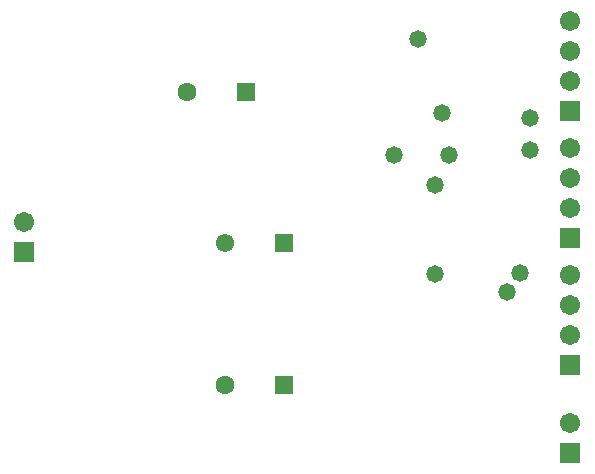
<source format=gbs>
G04*
G04 #@! TF.GenerationSoftware,Altium Limited,Altium Designer,21.0.9 (235)*
G04*
G04 Layer_Color=16711935*
%FSLAX44Y44*%
%MOMM*%
G71*
G04*
G04 #@! TF.SameCoordinates,3ED63D2E-4D53-4139-B350-83C99BDD6A5C*
G04*
G04*
G04 #@! TF.FilePolarity,Negative*
G04*
G01*
G75*
%ADD45C,1.5532*%
%ADD46R,1.5532X1.5532*%
%ADD47C,1.7032*%
%ADD48R,1.7032X1.7032*%
%ADD49R,1.6032X1.6032*%
%ADD50C,1.6032*%
%ADD51C,1.4732*%
D45*
X190000Y195000D02*
D03*
D46*
X240000D02*
D03*
D47*
X482500Y250400D02*
D03*
Y167900D02*
D03*
Y332100D02*
D03*
Y357500D02*
D03*
Y382900D02*
D03*
Y225000D02*
D03*
Y275800D02*
D03*
Y117100D02*
D03*
Y142500D02*
D03*
X20000Y212500D02*
D03*
X482500Y42900D02*
D03*
D48*
Y306700D02*
D03*
Y199600D02*
D03*
Y91700D02*
D03*
X20000Y187100D02*
D03*
X482500Y17500D02*
D03*
D49*
X207500Y322500D02*
D03*
X240000Y75000D02*
D03*
D50*
X190000D02*
D03*
X157500Y322500D02*
D03*
D51*
X368000Y169000D02*
D03*
X353000Y367890D02*
D03*
X374000Y305000D02*
D03*
X368000Y244000D02*
D03*
X333000Y269610D02*
D03*
X380000D02*
D03*
X447934Y273934D02*
D03*
X448000Y301000D02*
D03*
X429000Y153688D02*
D03*
X440000Y170000D02*
D03*
M02*

</source>
